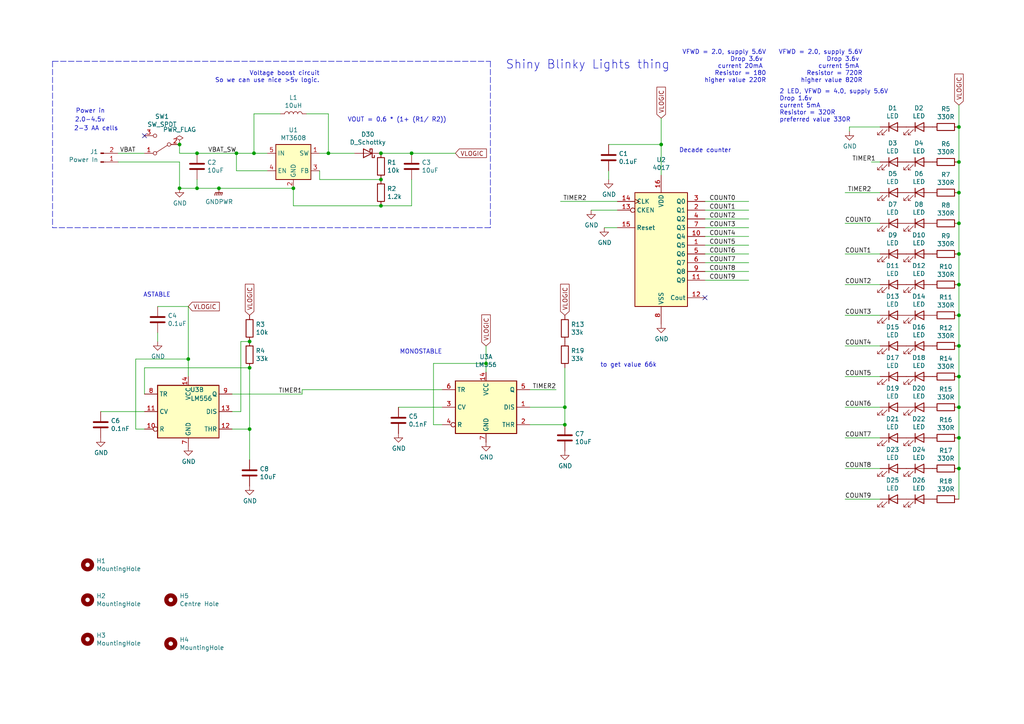
<source format=kicad_sch>
(kicad_sch (version 20200714) (host eeschema "5.99.0-unknown-9f20c61~102~ubuntu18.04.1")
  (page 1 1)
  (paper "A4")
  (title_block (title "Shiny Blinky Lights Thing") (date "2020-06-12"))
  (lib_symbols
    (symbol "4xxx:4017"
      (property "Reference" "U" (at -7.62 16.51 0))
      (property "Value" "4017" (at -7.62 -19.05 0))
      (symbol "4017_1_1"
        (rectangle (start -7.62 15.24) (end 7.62 -17.78) (stroke (width 0.254)) (fill (type background)))
      )
      (symbol "4017_1_0"
        (pin output line (at 12.7 0 180) (length 5.08) (name "Q5") (number "1"))
        (pin output line (at 12.7 2.54 180) (length 5.08) (name "Q4") (number "10"))
        (pin output line (at 12.7 -10.16 180) (length 5.08) (name "Q9") (number "11"))
        (pin output line (at 12.7 -15.24 180) (length 5.08) (name "Cout") (number "12"))
        (pin input inverted (at -12.7 10.16 0) (length 5.08) (name "CKEN") (number "13"))
        (pin input clock (at -12.7 12.7 0) (length 5.08) (name "CLK") (number "14"))
        (pin input line (at -12.7 5.08 0) (length 5.08) (name "Reset") (number "15"))
        (pin power_in line (at 0 20.32 270) (length 5.08) (name "VDD") (number "16"))
        (pin output line (at 12.7 10.16 180) (length 5.08) (name "Q1") (number "2"))
        (pin output line (at 12.7 12.7 180) (length 5.08) (name "Q0") (number "3"))
        (pin output line (at 12.7 7.62 180) (length 5.08) (name "Q2") (number "4"))
        (pin output line (at 12.7 -2.54 180) (length 5.08) (name "Q6") (number "5"))
        (pin output line (at 12.7 -5.08 180) (length 5.08) (name "Q7") (number "6"))
        (pin output line (at 12.7 5.08 180) (length 5.08) (name "Q3") (number "7"))
        (pin power_in line (at 0 -22.86 90) (length 5.08) (name "VSS") (number "8"))
        (pin output line (at 12.7 -7.62 180) (length 5.08) (name "Q8") (number "9"))
      )
    )
    (symbol "Connector:Conn_01x02_Male" (pin_names hide)
      (property "Reference" "J" (at 0 2.54 0))
      (property "Value" "Conn_01x02_Male" (at 0 -5.08 0))
      (symbol "Conn_01x02_Male_1_1"
        (rectangle (start 0.8636 -2.413) (end 0 -2.667) (fill (type outline)))
        (rectangle (start 0.8636 0.127) (end 0 -0.127) (fill (type outline)))
        (polyline (pts (xy 1.27 -2.54) (xy 0.8636 -2.54)))
        (polyline (pts (xy 1.27 0) (xy 0.8636 0)))
        (pin passive line (at 5.08 0 180) (length 3.81) (name "Pin_1") (number "1"))
        (pin passive line (at 5.08 -2.54 180) (length 3.81) (name "Pin_2") (number "2"))
      )
    )
    (symbol "Device:C" (pin_numbers hide) (pin_names (offset 0.254))
      (property "Reference" "C" (at 0.635 2.54 0))
      (property "Value" "C" (at 0.635 -2.54 0))
      (symbol "C_0_1"
        (polyline (pts (xy -2.032 -0.762) (xy 2.032 -0.762)) (stroke (width 0.508)))
        (polyline (pts (xy -2.032 0.762) (xy 2.032 0.762)) (stroke (width 0.508)))
      )
      (symbol "C_1_1"
        (pin passive line (at 0 3.81 270) (length 2.794) (name "~") (number "1"))
        (pin passive line (at 0 -3.81 90) (length 2.794) (name "~") (number "2"))
      )
    )
    (symbol "Device:D_Schottky" (pin_numbers hide) (pin_names hide)
      (property "Reference" "D" (at 0 2.54 0))
      (property "Value" "D_Schottky" (at 0 -2.54 0))
      (symbol "D_Schottky_0_1"
        (polyline (pts (xy 1.27 0) (xy -1.27 0)))
        (polyline (pts (xy 1.27 1.27) (xy 1.27 -1.27) (xy -1.27 0) (xy 1.27 1.27)) (stroke (width 0.254)))
        (polyline (pts (xy -1.905 0.635) (xy -1.905 1.27) (xy -1.27 1.27) (xy -1.27 -1.27) (xy -0.635 -1.27) (xy -0.635 -0.635)) (stroke (width 0.254)))
      )
      (symbol "D_Schottky_1_1"
        (pin passive line (at -3.81 0 0) (length 2.54) (name "K") (number "1"))
        (pin passive line (at 3.81 0 180) (length 2.54) (name "A") (number "2"))
      )
    )
    (symbol "Device:L" (pin_numbers hide) (pin_names hide)
      (property "Reference" "L" (at -1.27 0 90))
      (property "Value" "L" (at 1.905 0 90))
      (symbol "L_0_1"
        (arc (start 0 -2.54) (end 0 -1.27) (radius (at 0 -1.905) (length 0.635) (angles -89.9 89.9)))
        (arc (start 0 -1.27) (end 0 0) (radius (at 0 -0.635) (length 0.635) (angles -89.9 89.9)))
        (arc (start 0 0) (end 0 1.27) (radius (at 0 0.635) (length 0.635) (angles -89.9 89.9)))
        (arc (start 0 1.27) (end 0 2.54) (radius (at 0 1.905) (length 0.635) (angles -89.9 89.9)))
      )
      (symbol "L_1_1"
        (pin passive line (at 0 3.81 270) (length 1.27) (name "1") (number "1"))
        (pin passive line (at 0 -3.81 90) (length 1.27) (name "2") (number "2"))
      )
    )
    (symbol "Device:LED" (pin_numbers hide) (pin_names hide)
      (property "Reference" "D" (at 0 2.54 0))
      (property "Value" "LED" (at 0 -2.54 0))
      (symbol "LED_0_1"
        (polyline (pts (xy -1.27 -1.27) (xy -1.27 1.27)) (stroke (width 0.254)))
        (polyline (pts (xy -1.27 0) (xy 1.27 0)))
        (polyline (pts (xy 1.27 -1.27) (xy 1.27 1.27) (xy -1.27 0) (xy 1.27 -1.27)) (stroke (width 0.254)))
        (polyline (pts (xy -3.048 -0.762) (xy -4.572 -2.286) (xy -3.81 -2.286) (xy -4.572 -2.286) (xy -4.572 -1.524)))
        (polyline (pts (xy -1.778 -0.762) (xy -3.302 -2.286) (xy -2.54 -2.286) (xy -3.302 -2.286) (xy -3.302 -1.524)))
      )
      (symbol "LED_1_1"
        (pin passive line (at -3.81 0 0) (length 2.54) (name "K") (number "1"))
        (pin passive line (at 3.81 0 180) (length 2.54) (name "A") (number "2"))
      )
    )
    (symbol "Device:LED_1" (pin_numbers hide) (pin_names hide)
      (property "Reference" "D" (at 0 2.54 0))
      (property "Value" "LED" (at 0 -2.54 0))
      (symbol "LED_1_0_1"
        (polyline (pts (xy -1.27 -1.27) (xy -1.27 1.27)) (stroke (width 0.254)))
        (polyline (pts (xy -1.27 0) (xy 1.27 0)))
        (polyline (pts (xy 1.27 -1.27) (xy 1.27 1.27) (xy -1.27 0) (xy 1.27 -1.27)) (stroke (width 0.254)))
        (polyline (pts (xy -3.048 -0.762) (xy -4.572 -2.286) (xy -3.81 -2.286) (xy -4.572 -2.286) (xy -4.572 -1.524)))
        (polyline (pts (xy -1.778 -0.762) (xy -3.302 -2.286) (xy -2.54 -2.286) (xy -3.302 -2.286) (xy -3.302 -1.524)))
      )
      (symbol "LED_1_1_1"
        (pin passive line (at -3.81 0 0) (length 2.54) (name "K") (number "1"))
        (pin passive line (at 3.81 0 180) (length 2.54) (name "A") (number "2"))
      )
    )
    (symbol "Device:R" (pin_numbers hide) (pin_names (offset 0))
      (property "Reference" "R" (at 2.032 0 90))
      (property "Value" "R" (at 0 0 90))
      (symbol "R_0_1"
        (rectangle (start -1.016 -2.54) (end 1.016 2.54) (stroke (width 0.254)))
      )
      (symbol "R_1_1"
        (pin passive line (at 0 3.81 270) (length 1.27) (name "~") (number "1"))
        (pin passive line (at 0 -3.81 90) (length 1.27) (name "~") (number "2"))
      )
    )
    (symbol "Device:R_1" (pin_numbers hide) (pin_names (offset 0))
      (property "Reference" "R" (at 2.032 0 90))
      (property "Value" "R" (at 0 0 90))
      (symbol "R_1_0_1"
        (rectangle (start -1.016 -2.54) (end 1.016 2.54) (stroke (width 0.254)))
      )
      (symbol "R_1_1_1"
        (pin passive line (at 0 3.81 270) (length 1.27) (name "~") (number "1"))
        (pin passive line (at 0 -3.81 90) (length 1.27) (name "~") (number "2"))
      )
    )
    (symbol "Mechanical:MountingHole"
      (property "Reference" "H" (at 0 5.08 0))
      (property "Value" "MountingHole" (at 0 3.175 0))
      (symbol "MountingHole_0_1"
        (circle (center 0 0) (radius 1.27) (stroke (width 1.27)))
      )
    )
    (symbol "Mechanical:MountingHole_1"
      (property "Reference" "H" (at 0 5.08 0))
      (property "Value" "MountingHole" (at 0 3.175 0))
      (symbol "MountingHole_1_0_1"
        (circle (center 0 0) (radius 1.27) (stroke (width 1.27)))
      )
    )
    (symbol "Regulator_Switching:MT3608" (pin_names (offset 0.508))
      (property "Reference" "U" (at -2.54 8.89 0))
      (property "Value" "MT3608" (at -3.81 6.35 0))
      (symbol "MT3608_0_1"
        (rectangle (start -5.08 5.08) (end 5.08 -5.08) (stroke (width 0.254)) (fill (type background)))
      )
      (symbol "MT3608_1_1"
        (pin passive line (at 7.62 2.54 180) (length 2.54) (name "SW") (number "1"))
        (pin power_in line (at 0 -7.62 90) (length 2.54) (name "GND") (number "2"))
        (pin input line (at 7.62 -2.54 180) (length 2.54) (name "FB") (number "3"))
        (pin input line (at -7.62 -2.54 0) (length 2.54) (name "EN") (number "4"))
        (pin power_in line (at -7.62 2.54 0) (length 2.54) (name "IN") (number "5"))
        (pin unconnected line (at 5.08 0 180) (length 2.54) hide (name "NC") (number "6"))
      )
    )
    (symbol "Switch:SW_SPDT" (pin_names (offset 0) hide)
      (property "Reference" "SW" (at 0 4.318 0))
      (property "Value" "SW_SPDT" (at 0 -5.08 0))
      (symbol "SW_SPDT_0_0"
        (circle (center -2.032 0) (radius 0.508))
        (circle (center 2.032 -2.54) (radius 0.508))
      )
      (symbol "SW_SPDT_0_1"
        (circle (center 2.032 2.54) (radius 0.508))
        (polyline (pts (xy -1.524 0.254) (xy 1.651 2.286)))
      )
      (symbol "SW_SPDT_1_1"
        (pin passive line (at 5.08 2.54 180) (length 2.54) (name "A") (number "1"))
        (pin passive line (at -5.08 0 0) (length 2.54) (name "B") (number "2"))
        (pin passive line (at 5.08 -2.54 180) (length 2.54) (name "C") (number "3"))
      )
    )
    (symbol "Timer:LM556" (pin_names (offset 0.508))
      (property "Reference" "U" (at -10.16 8.89 0))
      (property "Value" "LM556" (at -10.16 -8.89 0))
      (symbol "LM556_0_1"
        (rectangle (start -8.89 -7.62) (end 8.89 7.62) (stroke (width 0.254)) (fill (type background)))
        (rectangle (start -8.89 -7.62) (end 8.89 7.62) (stroke (width 0.254)) (fill (type background)))
      )
      (symbol "LM556_0_0"
        (pin power_in line (at 0 10.16 270) (length 2.54) (name "VCC") (number "14"))
        (pin power_in line (at 0 -10.16 90) (length 2.54) (name "GND") (number "7"))
      )
      (symbol "LM556_1_1"
        (pin input line (at 12.7 0 180) (length 3.81) (name "DIS") (number "1"))
        (pin input line (at 12.7 -5.08 180) (length 3.81) (name "THR") (number "2"))
        (pin input line (at -12.7 0 0) (length 3.81) (name "CV") (number "3"))
        (pin input inverted (at -12.7 -5.08 0) (length 3.81) (name "R") (number "4"))
        (pin output line (at 12.7 5.08 180) (length 3.81) (name "Q") (number "5"))
        (pin input line (at -12.7 5.08 0) (length 3.81) (name "TR") (number "6"))
      )
      (symbol "LM556_2_1"
        (pin input inverted (at -12.7 -5.08 0) (length 3.81) (name "R") (number "10"))
        (pin input line (at -12.7 0 0) (length 3.81) (name "CV") (number "11"))
        (pin input line (at 12.7 -5.08 180) (length 3.81) (name "THR") (number "12"))
        (pin input line (at 12.7 0 180) (length 3.81) (name "DIS") (number "13"))
        (pin input line (at -12.7 5.08 0) (length 3.81) (name "TR") (number "8"))
        (pin output line (at 12.7 5.08 180) (length 3.81) (name "Q") (number "9"))
      )
    )
    (symbol "power:GND" (power) (pin_names (offset 0))
      (property "Value" "GND" (at 0 -3.81 0))
      (symbol "GND_0_1"
        (polyline (pts (xy 0 0) (xy 0 -1.27) (xy 1.27 -1.27) (xy 0 -2.54) (xy -1.27 -1.27) (xy 0 -1.27)))
      )
      (symbol "GND_1_1"
        (pin power_in line (at 0 0 270) (length 0) hide (name "GND") (number "1"))
      )
    )
    (symbol "power:GNDPWR" (power) (pin_names (offset 0))
      (property "Value" "GNDPWR" (at 0 -3.302 0))
      (symbol "GNDPWR_0_1"
        (polyline (pts (xy 0 -1.27) (xy 0 0)))
        (polyline (pts (xy -1.016 -1.27) (xy -1.27 -2.032) (xy -1.27 -2.032)) (stroke (width 0.2032)))
        (polyline (pts (xy -0.508 -1.27) (xy -0.762 -2.032) (xy -0.762 -2.032)) (stroke (width 0.2032)))
        (polyline (pts (xy 0 -1.27) (xy -0.254 -2.032) (xy -0.254 -2.032)) (stroke (width 0.2032)))
        (polyline (pts (xy 0.508 -1.27) (xy 0.254 -2.032) (xy 0.254 -2.032)) (stroke (width 0.2032)))
        (polyline (pts (xy 1.016 -1.27) (xy -1.016 -1.27) (xy -1.016 -1.27)) (stroke (width 0.2032)))
        (polyline (pts (xy 1.016 -1.27) (xy 0.762 -2.032) (xy 0.762 -2.032) (xy 0.762 -2.032)) (stroke (width 0.2032)))
      )
      (symbol "GNDPWR_1_1"
        (pin power_in line (at 0 0 270) (length 0) hide (name "GNDPWR") (number "1"))
      )
    )
    (symbol "power:PWR_FLAG" (power) (pin_numbers hide) (pin_names (offset 0) hide)
      (property "Value" "PWR_FLAG" (at 0 3.81 0))
      (symbol "PWR_FLAG_0_1"
        (polyline (pts (xy 0 0) (xy 0 1.27) (xy -1.016 1.905) (xy 0 2.54) (xy 1.016 1.905) (xy 0 1.27)))
      )
      (symbol "PWR_FLAG_0_0"
        (pin power_out line (at 0 0 90) (length 0) (name "pwr") (number "1"))
      )
    )
  )
  (junction (at 52.07 41.91))
  (junction (at 52.07 54.61))
  (junction (at 54.61 104.14))
  (junction (at 57.15 44.45))
  (junction (at 57.15 54.61))
  (junction (at 63.5 54.61))
  (junction (at 68.58 44.45))
  (junction (at 72.39 99.06))
  (junction (at 72.39 106.68))
  (junction (at 72.39 124.46))
  (junction (at 73.66 44.45))
  (junction (at 85.09 54.61))
  (junction (at 95.25 44.45))
  (junction (at 110.49 44.45))
  (junction (at 110.49 52.07))
  (junction (at 110.49 59.69))
  (junction (at 119.38 44.45))
  (junction (at 140.97 105.41))
  (junction (at 163.83 118.11))
  (junction (at 163.83 123.19))
  (junction (at 191.77 41.91))
  (junction (at 278.13 36.83))
  (junction (at 278.13 46.99))
  (junction (at 278.13 55.88))
  (junction (at 278.13 64.77))
  (junction (at 278.13 73.66))
  (junction (at 278.13 82.55))
  (junction (at 278.13 91.44))
  (junction (at 278.13 100.33))
  (junction (at 278.13 109.22))
  (junction (at 278.13 118.11))
  (junction (at 278.13 127))
  (junction (at 278.13 135.89))
  (no_connect (at 204.47 86.36))
  (no_connect (at 41.91 39.37))
  (wire (pts (xy 29.21 119.38) (xy 41.91 119.38)))
  (wire (pts (xy 34.29 44.45) (xy 41.91 44.45)))
  (wire (pts (xy 34.29 46.99) (xy 52.07 46.99)))
  (wire (pts (xy 39.37 104.14) (xy 54.61 104.14)))
  (wire (pts (xy 39.37 124.46) (xy 39.37 104.14)))
  (wire (pts (xy 41.91 106.68) (xy 72.39 106.68)))
  (wire (pts (xy 41.91 114.3) (xy 41.91 106.68)))
  (wire (pts (xy 41.91 124.46) (xy 39.37 124.46)))
  (wire (pts (xy 45.72 88.9) (xy 54.61 88.9)))
  (wire (pts (xy 45.72 96.52) (xy 45.72 99.06)))
  (wire (pts (xy 52.07 41.91) (xy 52.07 44.45)))
  (wire (pts (xy 52.07 44.45) (xy 57.15 44.45)))
  (wire (pts (xy 52.07 46.99) (xy 52.07 54.61)))
  (wire (pts (xy 52.07 54.61) (xy 57.15 54.61)))
  (wire (pts (xy 54.61 88.9) (xy 54.61 104.14)))
  (wire (pts (xy 54.61 104.14) (xy 54.61 109.22)))
  (wire (pts (xy 57.15 44.45) (xy 68.58 44.45)))
  (wire (pts (xy 57.15 52.07) (xy 57.15 54.61)))
  (wire (pts (xy 57.15 54.61) (xy 63.5 54.61)))
  (wire (pts (xy 63.5 54.61) (xy 85.09 54.61)))
  (wire (pts (xy 67.31 114.3) (xy 87.63 114.3)))
  (wire (pts (xy 67.31 119.38) (xy 69.85 119.38)))
  (wire (pts (xy 67.31 124.46) (xy 72.39 124.46)))
  (wire (pts (xy 68.58 44.45) (xy 73.66 44.45)))
  (wire (pts (xy 68.58 49.53) (xy 68.58 44.45)))
  (wire (pts (xy 69.85 99.06) (xy 72.39 99.06)))
  (wire (pts (xy 69.85 119.38) (xy 69.85 99.06)))
  (wire (pts (xy 72.39 106.68) (xy 72.39 124.46)))
  (wire (pts (xy 72.39 124.46) (xy 72.39 133.35)))
  (wire (pts (xy 73.66 33.02) (xy 73.66 44.45)))
  (wire (pts (xy 73.66 44.45) (xy 77.47 44.45)))
  (wire (pts (xy 77.47 49.53) (xy 68.58 49.53)))
  (wire (pts (xy 81.28 33.02) (xy 73.66 33.02)))
  (wire (pts (xy 85.09 54.61) (xy 85.09 59.69)))
  (wire (pts (xy 85.09 59.69) (xy 110.49 59.69)))
  (wire (pts (xy 87.63 113.03) (xy 87.63 114.3)))
  (wire (pts (xy 88.9 33.02) (xy 95.25 33.02)))
  (wire (pts (xy 92.71 44.45) (xy 95.25 44.45)))
  (wire (pts (xy 92.71 52.07) (xy 92.71 49.53)))
  (wire (pts (xy 95.25 33.02) (xy 95.25 44.45)))
  (wire (pts (xy 95.25 44.45) (xy 102.87 44.45)))
  (wire (pts (xy 110.49 44.45) (xy 119.38 44.45)))
  (wire (pts (xy 110.49 52.07) (xy 92.71 52.07)))
  (wire (pts (xy 115.57 118.11) (xy 128.27 118.11)))
  (wire (pts (xy 119.38 44.45) (xy 132.08 44.45)))
  (wire (pts (xy 119.38 52.07) (xy 119.38 59.69)))
  (wire (pts (xy 119.38 59.69) (xy 110.49 59.69)))
  (wire (pts (xy 125.73 105.41) (xy 140.97 105.41)))
  (wire (pts (xy 125.73 123.19) (xy 125.73 105.41)))
  (wire (pts (xy 128.27 113.03) (xy 87.63 113.03)))
  (wire (pts (xy 128.27 123.19) (xy 125.73 123.19)))
  (wire (pts (xy 140.97 100.33) (xy 140.97 105.41)))
  (wire (pts (xy 140.97 105.41) (xy 140.97 107.95)))
  (wire (pts (xy 153.67 113.03) (xy 161.29 113.03)))
  (wire (pts (xy 153.67 118.11) (xy 163.83 118.11)))
  (wire (pts (xy 153.67 123.19) (xy 163.83 123.19)))
  (wire (pts (xy 162.56 58.42) (xy 179.07 58.42)))
  (wire (pts (xy 163.83 106.68) (xy 163.83 118.11)))
  (wire (pts (xy 163.83 123.19) (xy 163.83 118.11)))
  (wire (pts (xy 171.45 60.96) (xy 179.07 60.96)))
  (wire (pts (xy 175.26 66.04) (xy 179.07 66.04)))
  (wire (pts (xy 176.53 41.91) (xy 191.77 41.91)))
  (wire (pts (xy 176.53 49.53) (xy 176.53 52.07)))
  (wire (pts (xy 191.77 34.29) (xy 191.77 41.91)))
  (wire (pts (xy 191.77 41.91) (xy 191.77 50.8)))
  (wire (pts (xy 204.47 58.42) (xy 217.17 58.42)))
  (wire (pts (xy 204.47 60.96) (xy 217.17 60.96)))
  (wire (pts (xy 204.47 63.5) (xy 217.17 63.5)))
  (wire (pts (xy 204.47 66.04) (xy 217.17 66.04)))
  (wire (pts (xy 204.47 68.58) (xy 217.17 68.58)))
  (wire (pts (xy 204.47 71.12) (xy 217.17 71.12)))
  (wire (pts (xy 204.47 73.66) (xy 217.17 73.66)))
  (wire (pts (xy 204.47 76.2) (xy 217.17 76.2)))
  (wire (pts (xy 204.47 78.74) (xy 217.17 78.74)))
  (wire (pts (xy 204.47 81.28) (xy 217.17 81.28)))
  (wire (pts (xy 245.11 55.88) (xy 255.27 55.88)))
  (wire (pts (xy 245.11 64.77) (xy 255.27 64.77)))
  (wire (pts (xy 245.11 73.66) (xy 255.27 73.66)))
  (wire (pts (xy 245.11 82.55) (xy 255.27 82.55)))
  (wire (pts (xy 245.11 91.44) (xy 255.27 91.44)))
  (wire (pts (xy 245.11 100.33) (xy 255.27 100.33)))
  (wire (pts (xy 245.11 109.22) (xy 255.27 109.22)))
  (wire (pts (xy 245.11 118.11) (xy 255.27 118.11)))
  (wire (pts (xy 245.11 127) (xy 255.27 127)))
  (wire (pts (xy 245.11 135.89) (xy 255.27 135.89)))
  (wire (pts (xy 245.11 144.78) (xy 255.27 144.78)))
  (wire (pts (xy 246.38 36.83) (xy 246.38 38.1)))
  (wire (pts (xy 252.73 46.99) (xy 255.27 46.99)))
  (wire (pts (xy 255.27 36.83) (xy 246.38 36.83)))
  (wire (pts (xy 278.13 30.48) (xy 278.13 36.83)))
  (wire (pts (xy 278.13 36.83) (xy 278.13 46.99)))
  (wire (pts (xy 278.13 46.99) (xy 278.13 55.88)))
  (wire (pts (xy 278.13 55.88) (xy 278.13 64.77)))
  (wire (pts (xy 278.13 64.77) (xy 278.13 73.66)))
  (wire (pts (xy 278.13 73.66) (xy 278.13 82.55)))
  (wire (pts (xy 278.13 82.55) (xy 278.13 91.44)))
  (wire (pts (xy 278.13 91.44) (xy 278.13 100.33)))
  (wire (pts (xy 278.13 100.33) (xy 278.13 109.22)))
  (wire (pts (xy 278.13 109.22) (xy 278.13 118.11)))
  (wire (pts (xy 278.13 118.11) (xy 278.13 127)))
  (wire (pts (xy 278.13 127) (xy 278.13 135.89)))
  (wire (pts (xy 278.13 135.89) (xy 278.13 144.78)))
  (polyline (pts (xy 15.24 17.78) (xy 15.24 66.04)) (stroke (width 0) (type dash)))
  (polyline (pts (xy 15.24 17.78) (xy 142.24 17.78)) (stroke (width 0) (type dash)))
  (polyline (pts (xy 142.24 17.78) (xy 142.24 66.04)) (stroke (width 0) (type dash)))
  (polyline (pts (xy 142.24 66.04) (xy 15.24 66.04)) (stroke (width 0) (type dash)))
  (text "Power in" (at 30.48 33.02 180) (effects (font (size 1.27 1.27)) (justify right bottom)))
  (text "2.0-4.5v" (at 30.48 35.56 180) (effects (font (size 1.27 1.27)) (justify right bottom)))
  (text "2-3 AA cells" (at 34.29 38.1 180) (effects (font (size 1.27 1.27)) (justify right bottom)))
  (text "ASTABLE" (at 49.53 86.36 180) (effects (font (size 1.27 1.27)) (justify right bottom)))
  (text "Voltage boost circuit\nSo we can use nice >5v logic." (at 92.71 24.13 0) (effects (font (size 1.27 1.27)) (justify right bottom)))
  (text "MONOSTABLE" (at 128.27 102.87 180) (effects (font (size 1.27 1.27)) (justify right bottom)))
  (text "VOUT = 0.6 * (1+ (R1/ R2))" (at 129.54 35.56 180) (effects (font (size 1.27 1.27)) (justify right bottom)))
  (text "to get value 66k\n" (at 190.5 106.68 180) (effects (font (size 1.27 1.27)) (justify right bottom)))
  (text "Shiny Blinky Lights thing" (at 194.31 20.32 180) (effects (font (size 2.5 2.5)) (justify right bottom)))
  (text "Decade counter" (at 212.09 44.45 180) (effects (font (size 1.27 1.27)) (justify right bottom)))
  (text "VFWD = 2.0, supply 5.6V\nDrop 3.6v \ncurrent 20mA \nResistor = 180\nhigher value 220R" (at 222.25 24.13 0) (effects (font (size 1.27 1.27)) (justify right bottom)))
  (text "2 LED, VFWD = 4.0, supply 5.6V\nDrop 1.6v \ncurrent 5mA \nResistor = 320R\npreferred value 330R" (at 226.06 35.56 0) (effects (font (size 1.27 1.27)) (justify left bottom)))
  (text "VFWD = 2.0, supply 5.6V\nDrop 3.6v \ncurrent 5mA \nResistor = 720R\nhigher value 820R" (at 250.19 24.13 0) (effects (font (size 1.27 1.27)) (justify right bottom)))
  (label "VBAT" (at 39.37 44.45 180))
  (label "VBAT_SW" (at 68.58 44.45 180))
  (label "TIMER1" (at 87.63 114.3 180))
  (label "TIMER2" (at 161.29 113.03 180))
  (label "TIMER2" (at 170.18 58.42 180))
  (label "COUNT0" (at 213.36 58.42 180))
  (label "COUNT1" (at 213.36 60.96 180))
  (label "COUNT2" (at 213.36 63.5 180))
  (label "COUNT3" (at 213.36 66.04 180))
  (label "COUNT4" (at 213.36 68.58 180))
  (label "COUNT5" (at 213.36 71.12 180))
  (label "COUNT6" (at 213.36 73.66 180))
  (label "COUNT7" (at 213.36 76.2 180))
  (label "COUNT8" (at 213.36 78.74 180))
  (label "COUNT9" (at 213.36 81.28 180))
  (label "TIMER2" (at 252.73 55.88 180))
  (label "COUNT0" (at 252.73 64.77 180))
  (label "COUNT1" (at 252.73 73.66 180))
  (label "COUNT2" (at 252.73 82.55 180))
  (label "COUNT3" (at 252.73 91.44 180))
  (label "COUNT4" (at 252.73 100.33 180))
  (label "COUNT5" (at 252.73 109.22 180))
  (label "COUNT6" (at 252.73 118.11 180))
  (label "COUNT7" (at 252.73 127 180))
  (label "COUNT8" (at 252.73 135.89 180))
  (label "COUNT9" (at 252.73 144.78 180))
  (label "TIMER1" (at 254 46.99 180))
  (global_label "VLOGIC" (shape input) (at 54.61 88.9 0))
  (global_label "VLOGIC" (shape input) (at 72.39 91.44 90))
  (global_label "VLOGIC" (shape input) (at 132.08 44.45 0))
  (global_label "VLOGIC" (shape input) (at 140.97 100.33 90))
  (global_label "VLOGIC" (shape input) (at 163.83 91.44 90))
  (global_label "VLOGIC" (shape input) (at 191.77 34.29 90))
  (global_label "VLOGIC" (shape input) (at 278.13 30.48 90))
  (symbol (lib_id "power:PWR_FLAG") (at 52.07 41.91 0) (unit 1)
    (property "Reference" "#FLG0101" (effects hide))
    (property "Value" "PWR_FLAG" (at 52.07 37.5856 0))
  )
  (symbol (lib_id "power:GNDPWR") (at 63.5 54.61 0) (unit 1)
    (property "Reference" "#PWR0102" (effects hide))
    (property "Value" "GNDPWR" (at 63.5635 58.528 0))
  )
  (symbol (lib_id "Device:L") (at 85.09 33.02 90) (unit 1)
    (property "Reference" "L1" (at 85.09 28.3018 90))
    (property "Value" "10uH" (at 85.09 30.6005 90))
    (property "Footprint" "Inductor_SMD:L_1210_3225Metric_Pad1.42x2.65mm_HandSolder" (effects hide))
    (property "LCSC" "C464437" (effects hide))
  )
  (symbol (lib_id "power:GND") (at 29.21 127 0) (unit 1)
    (property "Reference" "#PWR08" (effects hide))
    (property "Value" "GND" (at 29.3243 131.3244 0))
  )
  (symbol (lib_id "power:GND") (at 45.72 99.06 0) (unit 1)
    (property "Reference" "#PWR06" (effects hide))
    (property "Value" "GND" (at 45.8343 103.3844 0))
  )
  (symbol (lib_id "power:GND") (at 52.07 54.61 0) (unit 1)
    (property "Reference" "#PWR03" (effects hide))
    (property "Value" "GND" (at 52.1843 58.9344 0))
  )
  (symbol (lib_id "power:GND") (at 54.61 129.54 0) (unit 1)
    (property "Reference" "#PWR010" (effects hide))
    (property "Value" "GND" (at 54.7243 133.8644 0))
  )
  (symbol (lib_id "power:GND") (at 72.39 140.97 0) (unit 1)
    (property "Reference" "#PWR012" (effects hide))
    (property "Value" "GND" (at 72.5043 145.2944 0))
  )
  (symbol (lib_id "power:GND") (at 115.57 125.73 0) (unit 1)
    (property "Reference" "#PWR07" (effects hide))
    (property "Value" "GND" (at 115.6843 130.0544 0))
  )
  (symbol (lib_id "power:GND") (at 140.97 128.27 0) (unit 1)
    (property "Reference" "#PWR09" (effects hide))
    (property "Value" "GND" (at 141.0843 132.5944 0))
  )
  (symbol (lib_id "power:GND") (at 163.83 130.81 0) (unit 1)
    (property "Reference" "#PWR011" (effects hide))
    (property "Value" "GND" (at 163.9443 135.1344 0))
  )
  (symbol (lib_id "power:GND") (at 171.45 60.96 0) (unit 1)
    (property "Reference" "#PWR0101" (effects hide))
    (property "Value" "GND" (at 171.5643 65.2844 0))
  )
  (symbol (lib_id "power:GND") (at 175.26 66.04 0) (unit 1)
    (property "Reference" "#PWR04" (effects hide))
    (property "Value" "GND" (at 175.3743 70.3644 0))
  )
  (symbol (lib_id "power:GND") (at 176.53 52.07 0) (unit 1)
    (property "Reference" "#PWR02" (effects hide))
    (property "Value" "GND" (at 176.6443 56.3944 0))
  )
  (symbol (lib_id "power:GND") (at 191.77 93.98 0) (unit 1)
    (property "Reference" "#PWR05" (effects hide))
    (property "Value" "GND" (at 191.8843 98.3044 0))
  )
  (symbol (lib_id "power:GND") (at 246.38 38.1 0) (unit 1)
    (property "Reference" "#PWR01" (effects hide))
    (property "Value" "GND" (at 246.4943 42.4244 0))
  )
  (symbol (lib_id "Mechanical:MountingHole") (at 25.4 163.83 0) (unit 1)
    (property "Reference" "H1" (at 27.9401 162.6806 0) (effects (justify left)))
    (property "Value" "MountingHole" (at 27.9401 164.9793 0) (effects (justify left)))
    (property "Footprint" "MountingHole:MountingHole_2.5mm" (effects hide))
  )
  (symbol (lib_id "Mechanical:MountingHole") (at 25.4 173.99 0) (unit 1)
    (property "Reference" "H2" (at 27.9401 172.8406 0) (effects (justify left)))
    (property "Value" "MountingHole" (at 27.9401 175.1393 0) (effects (justify left)))
    (property "Footprint" "MountingHole:MountingHole_2.5mm" (effects hide))
  )
  (symbol (lib_id "Mechanical:MountingHole") (at 25.4 185.42 0) (unit 1)
    (property "Reference" "H3" (at 27.9401 184.2706 0) (effects (justify left)))
    (property "Value" "MountingHole" (at 27.9401 186.5693 0) (effects (justify left)))
    (property "Footprint" "MountingHole:MountingHole_2.5mm" (effects hide))
  )
  (symbol (lib_name "Mechanical:MountingHole_1") (lib_id "Mechanical:MountingHole") (at 49.53 173.99 0) (unit 1)
    (property "Reference" "H5" (at 52.0701 172.8406 0) (effects (justify left)))
    (property "Value" "Centre Hole" (at 52.0701 175.1393 0) (effects (justify left)))
    (property "Footprint" "MountingHole:MountingHole_2.5mm" (effects hide))
  )
  (symbol (lib_id "Mechanical:MountingHole") (at 49.53 186.69 0) (unit 1)
    (property "Reference" "H4" (at 52.0701 185.5406 0) (effects (justify left)))
    (property "Value" "MountingHole" (at 52.0701 187.8393 0) (effects (justify left)))
    (property "Footprint" "MountingHole:MountingHole_2.5mm" (effects hide))
  )
  (symbol (lib_id "Device:R") (at 72.39 95.25 0) (unit 1)
    (property "Reference" "R3" (at 74.168 94.101 0) (effects (justify left)))
    (property "Value" "10k" (at 74.168 96.399 0) (effects (justify left)))
    (property "Footprint" "Resistor_SMD:R_0805_2012Metric" (effects hide))
    (property "LCSC" "C100047" (effects hide))
  )
  (symbol (lib_id "Device:R") (at 72.39 102.87 0) (unit 1)
    (property "Reference" "R4" (at 74.168 101.721 0) (effects (justify left)))
    (property "Value" "33k" (at 74.168 104.019 0) (effects (justify left)))
    (property "Footprint" "Resistor_SMD:R_0805_2012Metric" (effects hide))
    (property "LCSC" "C137446" (effects hide))
  )
  (symbol (lib_id "Device:R") (at 110.49 48.26 0) (unit 1)
    (property "Reference" "R1" (at 112.268 47.111 0) (effects (justify left)))
    (property "Value" "10k" (at 112.268 49.409 0) (effects (justify left)))
    (property "Footprint" "Resistor_SMD:R_0805_2012Metric" (effects hide))
    (property "LCSC" "C100047" (effects hide))
  )
  (symbol (lib_id "Device:R") (at 110.49 55.88 0) (unit 1)
    (property "Reference" "R2" (at 112.268 54.731 0) (effects (justify left)))
    (property "Value" "1.2k" (at 112.268 57.029 0) (effects (justify left)))
    (property "Footprint" "Resistor_SMD:R_0805_2012Metric" (effects hide))
    (property "LCSC" "C114526" (effects hide))
  )
  (symbol (lib_id "Device:R") (at 163.83 95.25 0) (unit 1)
    (property "Reference" "R13" (at 165.608 94.101 0) (effects (justify left)))
    (property "Value" "33k" (at 165.608 96.399 0) (effects (justify left)))
    (property "Footprint" "Resistor_SMD:R_0805_2012Metric" (effects hide))
    (property "LCSC" "C137446" (effects hide))
  )
  (symbol (lib_id "Device:R") (at 163.83 102.87 0) (unit 1)
    (property "Reference" "R19" (at 165.608 101.721 0) (effects (justify left)))
    (property "Value" "33k" (at 165.608 104.019 0) (effects (justify left)))
    (property "Footprint" "Resistor_SMD:R_0805_2012Metric" (effects hide))
    (property "LCSC" "C137446" (effects hide))
  )
  (symbol (lib_name "Device:R_1") (lib_id "Device:R") (at 274.32 36.83 90) (unit 1)
    (property "Reference" "R5" (at 274.32 31.6038 90))
    (property "Value" "330R" (at 274.32 33.902 90))
    (property "Footprint" "Resistor_SMD:R_0805_2012Metric" (effects hide))
    (property "LCSC" "C105877" (effects hide))
  )
  (symbol (lib_id "Device:R") (at 274.32 46.99 90) (unit 1)
    (property "Reference" "R6" (at 274.32 41.7638 90))
    (property "Value" "330R" (at 274.32 44.062 90))
    (property "Footprint" "Resistor_SMD:R_0805_2012Metric" (effects hide))
    (property "LCSC" "C105877" (effects hide))
  )
  (symbol (lib_id "Device:R") (at 274.32 55.88 90) (unit 1)
    (property "Reference" "R7" (at 274.32 50.6538 90))
    (property "Value" "330R" (at 274.32 52.952 90))
    (property "Footprint" "Resistor_SMD:R_0805_2012Metric" (effects hide))
    (property "Datasheet" "330R" (effects hide))
    (property "LCSC" "C105877" (effects hide))
  )
  (symbol (lib_id "Device:R") (at 274.32 64.77 90) (unit 1)
    (property "Reference" "R8" (at 274.32 59.5438 90))
    (property "Value" "330R" (at 274.32 61.842 90))
    (property "Footprint" "Resistor_SMD:R_0805_2012Metric" (effects hide))
    (property "Datasheet" "330R" (effects hide))
    (property "LCSC" "C105877" (effects hide))
  )
  (symbol (lib_id "Device:R") (at 274.32 73.66 90) (unit 1)
    (property "Reference" "R9" (at 274.32 68.4338 90))
    (property "Value" "330R" (at 274.32 70.732 90))
    (property "Footprint" "Resistor_SMD:R_0805_2012Metric" (effects hide))
    (property "Datasheet" "330R" (effects hide))
    (property "LCSC" "C105877" (effects hide))
  )
  (symbol (lib_id "Device:R") (at 274.32 82.55 90) (unit 1)
    (property "Reference" "R10" (at 274.32 77.3238 90))
    (property "Value" "330R" (at 274.32 79.622 90))
    (property "Footprint" "Resistor_SMD:R_0805_2012Metric" (effects hide))
    (property "Datasheet" "330R" (effects hide))
    (property "LCSC" "C105877" (effects hide))
  )
  (symbol (lib_id "Device:R") (at 274.32 91.44 90) (unit 1)
    (property "Reference" "R11" (at 274.32 86.2138 90))
    (property "Value" "330R" (at 274.32 88.512 90))
    (property "Footprint" "Resistor_SMD:R_0805_2012Metric" (effects hide))
    (property "Datasheet" "330R" (effects hide))
    (property "LCSC" "C105877" (effects hide))
  )
  (symbol (lib_id "Device:R") (at 274.32 100.33 90) (unit 1)
    (property "Reference" "R12" (at 274.32 95.1038 90))
    (property "Value" "330R" (at 274.32 97.402 90))
    (property "Footprint" "Resistor_SMD:R_0805_2012Metric" (effects hide))
    (property "Datasheet" "330R" (effects hide))
    (property "LCSC" "C105877" (effects hide))
  )
  (symbol (lib_id "Device:R") (at 274.32 109.22 90) (unit 1)
    (property "Reference" "R14" (at 274.32 103.9938 90))
    (property "Value" "330R" (at 274.32 106.292 90))
    (property "Footprint" "Resistor_SMD:R_0805_2012Metric" (effects hide))
    (property "Datasheet" "330R" (effects hide))
    (property "LCSC" "C105877" (effects hide))
  )
  (symbol (lib_id "Device:R") (at 274.32 118.11 90) (unit 1)
    (property "Reference" "R15" (at 274.32 112.8838 90))
    (property "Value" "330R" (at 274.32 115.182 90))
    (property "Footprint" "Resistor_SMD:R_0805_2012Metric" (effects hide))
    (property "Datasheet" "330R" (effects hide))
    (property "LCSC" "C105877" (effects hide))
  )
  (symbol (lib_id "Device:R") (at 274.32 127 90) (unit 1)
    (property "Reference" "R16" (at 274.32 121.7738 90))
    (property "Value" "330R" (at 274.32 124.072 90))
    (property "Footprint" "Resistor_SMD:R_0805_2012Metric" (effects hide))
    (property "Datasheet" "330R" (effects hide))
    (property "LCSC" "C105877" (effects hide))
  )
  (symbol (lib_id "Device:R") (at 274.32 135.89 90) (unit 1)
    (property "Reference" "R17" (at 274.32 130.6638 90))
    (property "Value" "330R" (at 274.32 132.962 90))
    (property "Footprint" "Resistor_SMD:R_0805_2012Metric" (effects hide))
    (property "Datasheet" "330R" (effects hide))
    (property "LCSC" "C105877" (effects hide))
  )
  (symbol (lib_id "Device:R") (at 274.32 144.78 90) (unit 1)
    (property "Reference" "R18" (at 274.32 139.5538 90))
    (property "Value" "330R" (at 274.32 141.852 90))
    (property "Footprint" "Resistor_SMD:R_0805_2012Metric" (effects hide))
    (property "Datasheet" "330R" (effects hide))
    (property "LCSC" "C105877" (effects hide))
  )
  (symbol (lib_id "Device:D_Schottky") (at 106.68 44.45 180) (unit 1)
    (property "Reference" "D30" (at 106.68 38.97 0))
    (property "Value" "D_Schottky" (at 106.68 41.2685 0))
    (property "Footprint" "Diode_SMD:D_SMA_Handsoldering" (effects hide))
    (property "LCSC" "C232829" (effects hide))
  )
  (symbol (lib_id "Connector:Conn_01x02_Male") (at 29.21 46.99 0) (mirror x) (unit 1)
    (property "Reference" "J1" (at 28.4988 44.0118 0) (effects (justify right)))
    (property "Value" "Power In" (at 28.499 46.31 0) (effects (justify right)))
    (property "Footprint" "Connector_Wire:SolderWire-1sqmm_1x02_P5.4mm_D1.4mm_OD2.7mm" (effects hide))
  )
  (symbol (lib_name "Device:LED_1") (lib_id "Device:LED") (at 259.08 36.83 0) (unit 1)
    (property "Reference" "D1" (at 258.89 31.35 0))
    (property "Value" "LED" (at 258.8895 33.6485 0))
    (property "Footprint" "LED_SMD:LED_1206_3216Metric_Castellated" (effects hide))
    (property "LCSC" "C125086" (effects hide))
  )
  (symbol (lib_id "Device:LED") (at 259.08 46.99 0) (unit 1)
    (property "Reference" "D3" (at 258.889 41.51 0))
    (property "Value" "LED" (at 258.8895 43.8085 0))
    (property "Footprint" "LED_SMD:LED_1206_3216Metric_Castellated" (effects hide))
    (property "LCSC" "C125086" (effects hide))
  )
  (symbol (lib_id "Device:LED") (at 259.08 55.88 0) (unit 1)
    (property "Reference" "D5" (at 258.889 50.4 0))
    (property "Value" "LED" (at 258.8895 52.6985 0))
    (property "Footprint" "LED_SMD:LED_1206_3216Metric_Castellated" (effects hide))
    (property "LCSC" "C125086" (effects hide))
  )
  (symbol (lib_id "Device:LED") (at 259.08 64.77 0) (unit 1)
    (property "Reference" "D7" (at 258.8895 59.2898 0))
    (property "Value" "LED" (at 258.8895 61.5885 0))
    (property "Footprint" "LED_SMD:LED_1206_3216Metric_Castellated" (effects hide))
    (property "LCSC" "C125086" (effects hide))
  )
  (symbol (lib_id "Device:LED") (at 259.08 73.66 0) (unit 1)
    (property "Reference" "D9" (at 258.8895 68.1798 0))
    (property "Value" "LED" (at 258.8895 70.4785 0))
    (property "Footprint" "LED_SMD:LED_1206_3216Metric_Castellated" (effects hide))
    (property "LCSC" "C125086" (effects hide))
  )
  (symbol (lib_id "Device:LED") (at 259.08 82.55 0) (unit 1)
    (property "Reference" "D11" (at 258.8895 77.0698 0))
    (property "Value" "LED" (at 258.8895 79.3685 0))
    (property "Footprint" "LED_SMD:LED_1206_3216Metric_Castellated" (effects hide))
    (property "LCSC" "C125086" (effects hide))
  )
  (symbol (lib_id "Device:LED") (at 259.08 91.44 0) (unit 1)
    (property "Reference" "D13" (at 258.8895 85.9598 0))
    (property "Value" "LED" (at 258.8895 88.2585 0))
    (property "Footprint" "LED_SMD:LED_1206_3216Metric_Castellated" (effects hide))
    (property "LCSC" "C125086" (effects hide))
  )
  (symbol (lib_id "Device:LED") (at 259.08 100.33 0) (unit 1)
    (property "Reference" "D15" (at 258.8895 94.8498 0))
    (property "Value" "LED" (at 258.8895 97.1485 0))
    (property "Footprint" "LED_SMD:LED_1206_3216Metric_Castellated" (effects hide))
    (property "LCSC" "C125086" (effects hide))
  )
  (symbol (lib_id "Device:LED") (at 259.08 109.22 0) (unit 1)
    (property "Reference" "D17" (at 258.8895 103.7398 0))
    (property "Value" "LED" (at 258.8895 106.0385 0))
    (property "Footprint" "LED_SMD:LED_1206_3216Metric_Castellated" (effects hide))
    (property "LCSC" "C125086" (effects hide))
  )
  (symbol (lib_id "Device:LED") (at 259.08 118.11 0) (unit 1)
    (property "Reference" "D19" (at 258.8895 112.6298 0))
    (property "Value" "LED" (at 258.8895 114.9285 0))
    (property "Footprint" "LED_SMD:LED_1206_3216Metric_Castellated" (effects hide))
    (property "LCSC" "C125086" (effects hide))
  )
  (symbol (lib_id "Device:LED") (at 259.08 127 0) (unit 1)
    (property "Reference" "D21" (at 258.8895 121.5198 0))
    (property "Value" "LED" (at 258.8895 123.8185 0))
    (property "Footprint" "LED_SMD:LED_1206_3216Metric_Castellated" (effects hide))
    (property "LCSC" "C125086" (effects hide))
  )
  (symbol (lib_id "Device:LED") (at 259.08 135.89 0) (unit 1)
    (property "Reference" "D23" (at 258.8895 130.4098 0))
    (property "Value" "LED" (at 258.8895 132.7085 0))
    (property "Footprint" "LED_SMD:LED_1206_3216Metric_Castellated" (effects hide))
    (property "LCSC" "C125086" (effects hide))
  )
  (symbol (lib_id "Device:LED") (at 259.08 144.78 0) (unit 1)
    (property "Reference" "D25" (at 258.8895 139.2998 0))
    (property "Value" "LED" (at 258.8895 141.5985 0))
    (property "Footprint" "LED_SMD:LED_1206_3216Metric_Castellated" (effects hide))
    (property "LCSC" "C125086" (effects hide))
  )
  (symbol (lib_id "Device:LED") (at 266.7 36.83 0) (unit 1)
    (property "Reference" "D2" (at 266.51 31.35 0))
    (property "Value" "LED" (at 266.5095 33.6485 0))
    (property "Footprint" "LED_SMD:LED_1206_3216Metric_Castellated" (effects hide))
    (property "LCSC" "C125086" (effects hide))
  )
  (symbol (lib_id "Device:LED") (at 266.7 46.99 0) (unit 1)
    (property "Reference" "D4" (at 266.51 41.51 0))
    (property "Value" "LED" (at 266.5095 43.8085 0))
    (property "Footprint" "LED_SMD:LED_1206_3216Metric_Castellated" (effects hide))
    (property "LCSC" "C125086" (effects hide))
  )
  (symbol (lib_id "Device:LED") (at 266.7 55.88 0) (unit 1)
    (property "Reference" "D6" (at 266.5095 50.3998 0))
    (property "Value" "LED" (at 266.5095 52.6985 0))
    (property "Footprint" "LED_SMD:LED_1206_3216Metric_Castellated" (effects hide))
    (property "LCSC" "C125086" (effects hide))
  )
  (symbol (lib_id "Device:LED") (at 266.7 64.77 0) (unit 1)
    (property "Reference" "D8" (at 266.5095 59.2898 0))
    (property "Value" "LED" (at 266.5095 61.5885 0))
    (property "Footprint" "LED_SMD:LED_1206_3216Metric_Castellated" (effects hide))
    (property "LCSC" "C125086" (effects hide))
  )
  (symbol (lib_id "Device:LED") (at 266.7 73.66 0) (unit 1)
    (property "Reference" "D10" (at 266.5095 68.1798 0))
    (property "Value" "LED" (at 266.5095 70.4785 0))
    (property "Footprint" "LED_SMD:LED_1206_3216Metric_Castellated" (effects hide))
    (property "LCSC" "C125086" (effects hide))
  )
  (symbol (lib_id "Device:LED") (at 266.7 82.55 0) (unit 1)
    (property "Reference" "D12" (at 266.5095 77.0698 0))
    (property "Value" "LED" (at 266.5095 79.3685 0))
    (property "Footprint" "LED_SMD:LED_1206_3216Metric_Castellated" (effects hide))
    (property "LCSC" "C125086" (effects hide))
  )
  (symbol (lib_id "Device:LED") (at 266.7 91.44 0) (unit 1)
    (property "Reference" "D14" (at 266.5095 85.9598 0))
    (property "Value" "LED" (at 266.5095 88.2585 0))
    (property "Footprint" "LED_SMD:LED_1206_3216Metric_Castellated" (effects hide))
    (property "LCSC" "C125086" (effects hide))
  )
  (symbol (lib_id "Device:LED") (at 266.7 100.33 0) (unit 1)
    (property "Reference" "D16" (at 266.5095 94.8498 0))
    (property "Value" "LED" (at 266.5095 97.1485 0))
    (property "Footprint" "LED_SMD:LED_1206_3216Metric_Castellated" (effects hide))
    (property "LCSC" "C125086" (effects hide))
  )
  (symbol (lib_id "Device:LED") (at 266.7 109.22 0) (unit 1)
    (property "Reference" "D18" (at 266.5095 103.7398 0))
    (property "Value" "LED" (at 266.5095 106.0385 0))
    (property "Footprint" "LED_SMD:LED_1206_3216Metric_Castellated" (effects hide))
    (property "LCSC" "C125086" (effects hide))
  )
  (symbol (lib_id "Device:LED") (at 266.7 118.11 0) (unit 1)
    (property "Reference" "D20" (at 266.5095 112.6298 0))
    (property "Value" "LED" (at 266.5095 114.9285 0))
    (property "Footprint" "LED_SMD:LED_1206_3216Metric_Castellated" (effects hide))
    (property "LCSC" "C125086" (effects hide))
  )
  (symbol (lib_id "Device:LED") (at 266.7 127 0) (unit 1)
    (property "Reference" "D22" (at 266.5095 121.5198 0))
    (property "Value" "LED" (at 266.5095 123.8185 0))
    (property "Footprint" "LED_SMD:LED_1206_3216Metric_Castellated" (effects hide))
    (property "LCSC" "C125086" (effects hide))
  )
  (symbol (lib_id "Device:LED") (at 266.7 135.89 0) (unit 1)
    (property "Reference" "D24" (at 266.5095 130.4098 0))
    (property "Value" "LED" (at 266.5095 132.7085 0))
    (property "Footprint" "LED_SMD:LED_1206_3216Metric_Castellated" (effects hide))
    (property "LCSC" "C125086" (effects hide))
  )
  (symbol (lib_id "Device:LED") (at 266.7 144.78 0) (unit 1)
    (property "Reference" "D26" (at 266.5095 139.2998 0))
    (property "Value" "LED" (at 266.5095 141.5985 0))
    (property "Footprint" "LED_SMD:LED_1206_3216Metric_Castellated" (effects hide))
    (property "LCSC" "C125086" (effects hide))
  )
  (symbol (lib_id "Device:C") (at 29.21 123.19 0) (unit 1)
    (property "Reference" "C6" (at 32.1311 122.0406 0) (effects (justify left)))
    (property "Value" "0.1nF" (at 32.1311 124.3393 0) (effects (justify left)))
    (property "Footprint" "Capacitor_SMD:C_1206_3216Metric" (effects hide))
    (property "LCSC" "C24497" (effects hide))
  )
  (symbol (lib_id "Device:C") (at 45.72 92.71 0) (unit 1)
    (property "Reference" "C4" (at 48.6411 91.5606 0) (effects (justify left)))
    (property "Value" "0.1uF" (at 48.641 93.859 0) (effects (justify left)))
    (property "Footprint" "Capacitor_SMD:C_1206_3216Metric" (effects hide))
    (property "LCSC" "C107179" (effects hide))
  )
  (symbol (lib_id "Device:C") (at 57.15 48.26 0) (unit 1)
    (property "Reference" "C2" (at 60.0711 47.1106 0) (effects (justify left)))
    (property "Value" "10uF" (at 60.0711 49.4093 0) (effects (justify left)))
    (property "Footprint" "Capacitor_SMD:C_1206_3216Metric" (effects hide))
    (property "LCSC" "C47971" (effects hide))
  )
  (symbol (lib_id "Device:C") (at 72.39 137.16 0) (unit 1)
    (property "Reference" "C8" (at 75.3111 136.0106 0) (effects (justify left)))
    (property "Value" "10uF" (at 75.311 138.309 0) (effects (justify left)))
    (property "Footprint" "Capacitor_SMD:C_1206_3216Metric" (effects hide))
    (property "LCSC" "C47971" (effects hide))
  )
  (symbol (lib_id "Device:C") (at 115.57 121.92 0) (unit 1)
    (property "Reference" "C5" (at 118.4911 120.7706 0) (effects (justify left)))
    (property "Value" "0.1nF" (at 118.4911 123.0693 0) (effects (justify left)))
    (property "Footprint" "Capacitor_SMD:C_1206_3216Metric" (effects hide))
    (property "LCSC" "C24497" (effects hide))
  )
  (symbol (lib_id "Device:C") (at 119.38 48.26 0) (unit 1)
    (property "Reference" "C3" (at 122.3011 47.1106 0) (effects (justify left)))
    (property "Value" "10uF" (at 122.3011 49.4093 0) (effects (justify left)))
    (property "Footprint" "Capacitor_SMD:C_1206_3216Metric" (effects hide))
    (property "LCSC" "C47971" (effects hide))
  )
  (symbol (lib_id "Device:C") (at 163.83 127 0) (unit 1)
    (property "Reference" "C7" (at 166.7511 125.8506 0) (effects (justify left)))
    (property "Value" "10uF" (at 166.751 128.149 0) (effects (justify left)))
    (property "Footprint" "Capacitor_SMD:C_1206_3216Metric" (effects hide))
    (property "LCSC" "C47971" (effects hide))
  )
  (symbol (lib_id "Device:C") (at 176.53 45.72 0) (unit 1)
    (property "Reference" "C1" (at 179.4511 44.5706 0) (effects (justify left)))
    (property "Value" "0.1uF" (at 179.451 46.869 0) (effects (justify left)))
    (property "Footprint" "Capacitor_SMD:C_1206_3216Metric" (effects hide))
    (property "LCSC" "C107179" (effects hide))
  )
  (symbol (lib_id "Switch:SW_SPDT") (at 46.99 41.91 180) (unit 1)
    (property "Reference" "SW1" (at 46.99 33.7882 0))
    (property "Value" "SW_SPDT" (at 46.99 36.0869 0))
    (property "Footprint" "Connector_PinSocket_2.54mm:PinSocket_1x03_P2.54mm_Vertical" (effects hide))
    (property "LCSC" "C92657" (effects hide))
  )
  (symbol (lib_id "Regulator_Switching:MT3608") (at 85.09 46.99 0) (unit 1)
    (property "Reference" "U1" (at 85.09 37.6998 0))
    (property "Value" "MT3608" (at 85.09 39.9985 0))
    (property "Footprint" "Package_TO_SOT_SMD:SOT-23-6" (effects hide))
    (property "Datasheet" "https://www.olimex.com/Products/Breadboarding/BB-PWR-3608/resources/MT3608.pdf" (effects hide))
    (property "LCSC" "C84817" (effects hide))
  )
  (symbol (lib_id "Timer:LM556") (at 54.61 119.38 0) (unit 2)
    (property "Reference" "U3" (at 57.15 113.03 0))
    (property "Value" "LM556" (at 58.42 115.57 0))
    (property "Footprint" "Package_SO:SOIC-14_3.9x8.7mm_P1.27mm" (effects hide))
    (property "Datasheet" "http://www.ti.com/lit/ds/symlink/lm556.pdf" (effects hide))
    (property "LCSC" "C434479" (effects hide))
  )
  (symbol (lib_id "Timer:LM556") (at 140.97 118.11 0) (unit 1)
    (property "Reference" "U3" (at 140.97 103.4858 0))
    (property "Value" "LM556" (at 140.97 105.7845 0))
    (property "Footprint" "Package_SO:SOIC-14_3.9x8.7mm_P1.27mm" (effects hide))
    (property "Datasheet" "http://www.ti.com/lit/ds/symlink/lm556.pdf" (effects hide))
    (property "LCSC" "C434479" (effects hide))
  )
  (symbol (lib_id "4xxx:4017") (at 191.77 71.12 0) (unit 1)
    (property "Reference" "U2" (at 191.77 46.3358 0))
    (property "Value" "4017" (at 191.77 48.6345 0))
    (property "Footprint" "Package_SO:SOIC-16_3.9x9.9mm_P1.27mm" (effects hide))
    (property "Datasheet" "http://www.intersil.com/content/dam/Intersil/documents/cd40/cd4017bms-22bms.pdf" (effects hide))
    (property "LCSC" "C11349" (effects hide))
  )
)
</source>
